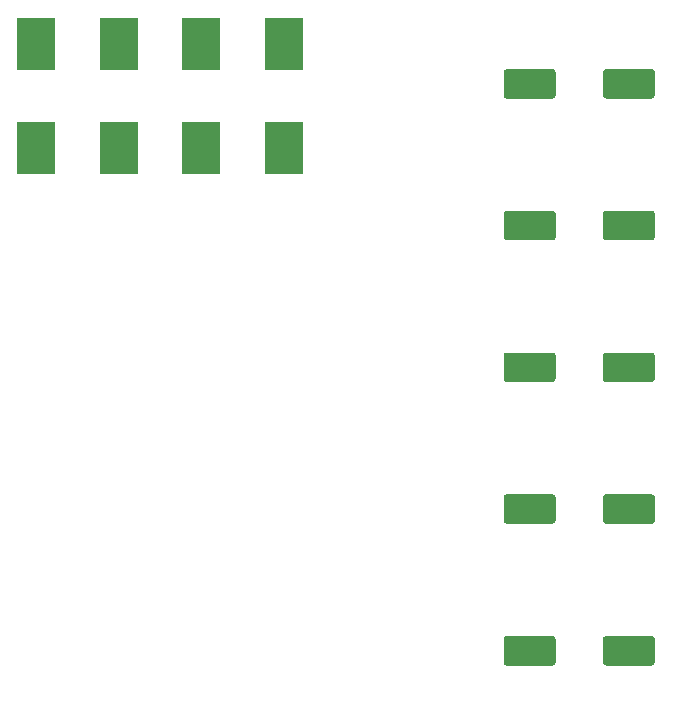
<source format=gbr>
%TF.GenerationSoftware,KiCad,Pcbnew,(5.1.6)-1*%
%TF.CreationDate,2020-10-02T15:43:25+02:00*%
%TF.ProjectId,netzteilegeregelt,6e65747a-7465-4696-9c65-676572656765,rev?*%
%TF.SameCoordinates,Original*%
%TF.FileFunction,Paste,Bot*%
%TF.FilePolarity,Positive*%
%FSLAX46Y46*%
G04 Gerber Fmt 4.6, Leading zero omitted, Abs format (unit mm)*
G04 Created by KiCad (PCBNEW (5.1.6)-1) date 2020-10-02 15:43:25*
%MOMM*%
%LPD*%
G01*
G04 APERTURE LIST*
%ADD10R,3.300000X4.500000*%
G04 APERTURE END LIST*
D10*
%TO.C,D4*%
X71000000Y-95400000D03*
X71000000Y-86600000D03*
%TD*%
%TO.C,D3*%
X78000000Y-86600000D03*
X78000000Y-95400000D03*
%TD*%
%TO.C,D2*%
X92000000Y-95400000D03*
X92000000Y-86600000D03*
%TD*%
%TO.C,D1*%
X85000000Y-86600000D03*
X85000000Y-95400000D03*
%TD*%
%TO.C,C5*%
G36*
G01*
X119000000Y-115000000D02*
X119000000Y-113000000D01*
G75*
G02*
X119250000Y-112750000I250000J0D01*
G01*
X123150000Y-112750000D01*
G75*
G02*
X123400000Y-113000000I0J-250000D01*
G01*
X123400000Y-115000000D01*
G75*
G02*
X123150000Y-115250000I-250000J0D01*
G01*
X119250000Y-115250000D01*
G75*
G02*
X119000000Y-115000000I0J250000D01*
G01*
G37*
G36*
G01*
X110600000Y-115000000D02*
X110600000Y-113000000D01*
G75*
G02*
X110850000Y-112750000I250000J0D01*
G01*
X114750000Y-112750000D01*
G75*
G02*
X115000000Y-113000000I0J-250000D01*
G01*
X115000000Y-115000000D01*
G75*
G02*
X114750000Y-115250000I-250000J0D01*
G01*
X110850000Y-115250000D01*
G75*
G02*
X110600000Y-115000000I0J250000D01*
G01*
G37*
%TD*%
%TO.C,C4*%
G36*
G01*
X119000000Y-139000000D02*
X119000000Y-137000000D01*
G75*
G02*
X119250000Y-136750000I250000J0D01*
G01*
X123150000Y-136750000D01*
G75*
G02*
X123400000Y-137000000I0J-250000D01*
G01*
X123400000Y-139000000D01*
G75*
G02*
X123150000Y-139250000I-250000J0D01*
G01*
X119250000Y-139250000D01*
G75*
G02*
X119000000Y-139000000I0J250000D01*
G01*
G37*
G36*
G01*
X110600000Y-139000000D02*
X110600000Y-137000000D01*
G75*
G02*
X110850000Y-136750000I250000J0D01*
G01*
X114750000Y-136750000D01*
G75*
G02*
X115000000Y-137000000I0J-250000D01*
G01*
X115000000Y-139000000D01*
G75*
G02*
X114750000Y-139250000I-250000J0D01*
G01*
X110850000Y-139250000D01*
G75*
G02*
X110600000Y-139000000I0J250000D01*
G01*
G37*
%TD*%
%TO.C,C3*%
G36*
G01*
X119000000Y-91000000D02*
X119000000Y-89000000D01*
G75*
G02*
X119250000Y-88750000I250000J0D01*
G01*
X123150000Y-88750000D01*
G75*
G02*
X123400000Y-89000000I0J-250000D01*
G01*
X123400000Y-91000000D01*
G75*
G02*
X123150000Y-91250000I-250000J0D01*
G01*
X119250000Y-91250000D01*
G75*
G02*
X119000000Y-91000000I0J250000D01*
G01*
G37*
G36*
G01*
X110600000Y-91000000D02*
X110600000Y-89000000D01*
G75*
G02*
X110850000Y-88750000I250000J0D01*
G01*
X114750000Y-88750000D01*
G75*
G02*
X115000000Y-89000000I0J-250000D01*
G01*
X115000000Y-91000000D01*
G75*
G02*
X114750000Y-91250000I-250000J0D01*
G01*
X110850000Y-91250000D01*
G75*
G02*
X110600000Y-91000000I0J250000D01*
G01*
G37*
%TD*%
%TO.C,C2*%
G36*
G01*
X119000000Y-127000000D02*
X119000000Y-125000000D01*
G75*
G02*
X119250000Y-124750000I250000J0D01*
G01*
X123150000Y-124750000D01*
G75*
G02*
X123400000Y-125000000I0J-250000D01*
G01*
X123400000Y-127000000D01*
G75*
G02*
X123150000Y-127250000I-250000J0D01*
G01*
X119250000Y-127250000D01*
G75*
G02*
X119000000Y-127000000I0J250000D01*
G01*
G37*
G36*
G01*
X110600000Y-127000000D02*
X110600000Y-125000000D01*
G75*
G02*
X110850000Y-124750000I250000J0D01*
G01*
X114750000Y-124750000D01*
G75*
G02*
X115000000Y-125000000I0J-250000D01*
G01*
X115000000Y-127000000D01*
G75*
G02*
X114750000Y-127250000I-250000J0D01*
G01*
X110850000Y-127250000D01*
G75*
G02*
X110600000Y-127000000I0J250000D01*
G01*
G37*
%TD*%
%TO.C,C1*%
G36*
G01*
X119000000Y-103000000D02*
X119000000Y-101000000D01*
G75*
G02*
X119250000Y-100750000I250000J0D01*
G01*
X123150000Y-100750000D01*
G75*
G02*
X123400000Y-101000000I0J-250000D01*
G01*
X123400000Y-103000000D01*
G75*
G02*
X123150000Y-103250000I-250000J0D01*
G01*
X119250000Y-103250000D01*
G75*
G02*
X119000000Y-103000000I0J250000D01*
G01*
G37*
G36*
G01*
X110600000Y-103000000D02*
X110600000Y-101000000D01*
G75*
G02*
X110850000Y-100750000I250000J0D01*
G01*
X114750000Y-100750000D01*
G75*
G02*
X115000000Y-101000000I0J-250000D01*
G01*
X115000000Y-103000000D01*
G75*
G02*
X114750000Y-103250000I-250000J0D01*
G01*
X110850000Y-103250000D01*
G75*
G02*
X110600000Y-103000000I0J250000D01*
G01*
G37*
%TD*%
M02*

</source>
